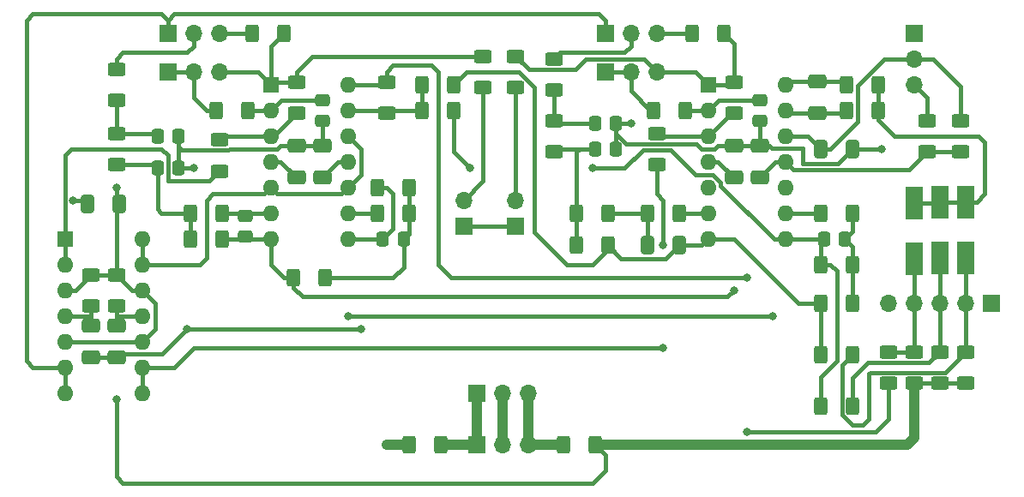
<source format=gbr>
%TF.GenerationSoftware,KiCad,Pcbnew,(6.0.10)*%
%TF.CreationDate,2023-04-08T13:29:20+03:00*%
%TF.ProjectId,DelSol_Modulator,44656c53-6f6c-45f4-9d6f-64756c61746f,rev?*%
%TF.SameCoordinates,Original*%
%TF.FileFunction,Copper,L2,Bot*%
%TF.FilePolarity,Positive*%
%FSLAX46Y46*%
G04 Gerber Fmt 4.6, Leading zero omitted, Abs format (unit mm)*
G04 Created by KiCad (PCBNEW (6.0.10)) date 2023-04-08 13:29:20*
%MOMM*%
%LPD*%
G01*
G04 APERTURE LIST*
G04 Aperture macros list*
%AMRoundRect*
0 Rectangle with rounded corners*
0 $1 Rounding radius*
0 $2 $3 $4 $5 $6 $7 $8 $9 X,Y pos of 4 corners*
0 Add a 4 corners polygon primitive as box body*
4,1,4,$2,$3,$4,$5,$6,$7,$8,$9,$2,$3,0*
0 Add four circle primitives for the rounded corners*
1,1,$1+$1,$2,$3*
1,1,$1+$1,$4,$5*
1,1,$1+$1,$6,$7*
1,1,$1+$1,$8,$9*
0 Add four rect primitives between the rounded corners*
20,1,$1+$1,$2,$3,$4,$5,0*
20,1,$1+$1,$4,$5,$6,$7,0*
20,1,$1+$1,$6,$7,$8,$9,0*
20,1,$1+$1,$8,$9,$2,$3,0*%
G04 Aperture macros list end*
%TA.AperFunction,ComponentPad*%
%ADD10R,1.700000X1.700000*%
%TD*%
%TA.AperFunction,ComponentPad*%
%ADD11O,1.700000X1.700000*%
%TD*%
%TA.AperFunction,ComponentPad*%
%ADD12R,1.600000X1.600000*%
%TD*%
%TA.AperFunction,ComponentPad*%
%ADD13O,1.600000X1.600000*%
%TD*%
%TA.AperFunction,SMDPad,CuDef*%
%ADD14RoundRect,0.250000X0.337500X0.475000X-0.337500X0.475000X-0.337500X-0.475000X0.337500X-0.475000X0*%
%TD*%
%TA.AperFunction,SMDPad,CuDef*%
%ADD15RoundRect,0.250000X0.625000X-0.400000X0.625000X0.400000X-0.625000X0.400000X-0.625000X-0.400000X0*%
%TD*%
%TA.AperFunction,SMDPad,CuDef*%
%ADD16RoundRect,0.250000X0.400000X0.625000X-0.400000X0.625000X-0.400000X-0.625000X0.400000X-0.625000X0*%
%TD*%
%TA.AperFunction,SMDPad,CuDef*%
%ADD17RoundRect,0.250000X-0.625000X0.400000X-0.625000X-0.400000X0.625000X-0.400000X0.625000X0.400000X0*%
%TD*%
%TA.AperFunction,SMDPad,CuDef*%
%ADD18R,1.700000X3.300000*%
%TD*%
%TA.AperFunction,SMDPad,CuDef*%
%ADD19RoundRect,0.250000X0.650000X-0.412500X0.650000X0.412500X-0.650000X0.412500X-0.650000X-0.412500X0*%
%TD*%
%TA.AperFunction,SMDPad,CuDef*%
%ADD20RoundRect,0.250000X-0.400000X-0.625000X0.400000X-0.625000X0.400000X0.625000X-0.400000X0.625000X0*%
%TD*%
%TA.AperFunction,SMDPad,CuDef*%
%ADD21RoundRect,0.250000X-0.650000X0.412500X-0.650000X-0.412500X0.650000X-0.412500X0.650000X0.412500X0*%
%TD*%
%TA.AperFunction,SMDPad,CuDef*%
%ADD22RoundRect,0.250000X0.475000X-0.337500X0.475000X0.337500X-0.475000X0.337500X-0.475000X-0.337500X0*%
%TD*%
%TA.AperFunction,SMDPad,CuDef*%
%ADD23RoundRect,0.250000X-0.412500X-0.650000X0.412500X-0.650000X0.412500X0.650000X-0.412500X0.650000X0*%
%TD*%
%TA.AperFunction,SMDPad,CuDef*%
%ADD24RoundRect,0.250000X0.412500X0.650000X-0.412500X0.650000X-0.412500X-0.650000X0.412500X-0.650000X0*%
%TD*%
%TA.AperFunction,SMDPad,CuDef*%
%ADD25RoundRect,0.250000X-0.337500X-0.475000X0.337500X-0.475000X0.337500X0.475000X-0.337500X0.475000X0*%
%TD*%
%TA.AperFunction,ViaPad*%
%ADD26C,0.800000*%
%TD*%
%TA.AperFunction,Conductor*%
%ADD27C,0.400000*%
%TD*%
%TA.AperFunction,Conductor*%
%ADD28C,1.000000*%
%TD*%
G04 APERTURE END LIST*
D10*
X78755000Y-68580000D03*
D11*
X81295000Y-68580000D03*
X83835000Y-68580000D03*
D12*
X58420000Y-38100000D03*
D13*
X58420000Y-40640000D03*
X58420000Y-43180000D03*
X58420000Y-45720000D03*
X58420000Y-48260000D03*
X58420000Y-50800000D03*
X58420000Y-53340000D03*
X66040000Y-53340000D03*
X66040000Y-50800000D03*
X66040000Y-48260000D03*
X66040000Y-45720000D03*
X66040000Y-43180000D03*
X66040000Y-40640000D03*
X66040000Y-38100000D03*
D10*
X48260000Y-33020000D03*
D11*
X50800000Y-33020000D03*
X53340000Y-33020000D03*
D10*
X91455000Y-33020000D03*
D11*
X93995000Y-33020000D03*
X96535000Y-33020000D03*
D10*
X121920000Y-33035000D03*
D11*
X121920000Y-35575000D03*
X121920000Y-38115000D03*
D10*
X129535000Y-59690000D03*
D11*
X126995000Y-59690000D03*
X124455000Y-59690000D03*
X121915000Y-59690000D03*
X119375000Y-59690000D03*
D10*
X91440000Y-36830000D03*
D11*
X93980000Y-36830000D03*
X96520000Y-36830000D03*
D10*
X48275000Y-36830000D03*
D11*
X50815000Y-36830000D03*
X53355000Y-36830000D03*
D12*
X101610000Y-38095000D03*
D13*
X101610000Y-40635000D03*
X101610000Y-43175000D03*
X101610000Y-45715000D03*
X101610000Y-48255000D03*
X101610000Y-50795000D03*
X101610000Y-53335000D03*
X109230000Y-53335000D03*
X109230000Y-50795000D03*
X109230000Y-48255000D03*
X109230000Y-45715000D03*
X109230000Y-43175000D03*
X109230000Y-40635000D03*
X109230000Y-38095000D03*
D10*
X82550000Y-52070000D03*
D11*
X82550000Y-49530000D03*
D10*
X77470000Y-52070000D03*
D11*
X77470000Y-49530000D03*
D10*
X78740000Y-73660000D03*
D11*
X81280000Y-73660000D03*
X83820000Y-73660000D03*
D12*
X38110000Y-53335000D03*
D13*
X38110000Y-55875000D03*
X38110000Y-58415000D03*
X38110000Y-60955000D03*
X38110000Y-63495000D03*
X38110000Y-66035000D03*
X38110000Y-68575000D03*
X45730000Y-68575000D03*
X45730000Y-66035000D03*
X45730000Y-63495000D03*
X45730000Y-60955000D03*
X45730000Y-58415000D03*
X45730000Y-55875000D03*
X45730000Y-53335000D03*
D14*
X49297500Y-46345000D03*
X47222500Y-46345000D03*
D15*
X60960000Y-40920000D03*
X60960000Y-37820000D03*
D16*
X76480000Y-40640000D03*
X73380000Y-40640000D03*
D17*
X43180000Y-36550000D03*
X43180000Y-39650000D03*
D16*
X56160000Y-40640000D03*
X53060000Y-40640000D03*
D18*
X127000000Y-55210000D03*
X127000000Y-49710000D03*
D19*
X43180000Y-65062500D03*
X43180000Y-61937500D03*
D17*
X79375000Y-35280000D03*
X79375000Y-38380000D03*
D16*
X72035000Y-50800000D03*
X68935000Y-50800000D03*
X115850000Y-59690000D03*
X112750000Y-59690000D03*
X59690000Y-33020000D03*
X56590000Y-33020000D03*
D14*
X92477500Y-41910000D03*
X90402500Y-41910000D03*
D17*
X86360000Y-35560000D03*
X86360000Y-38660000D03*
D20*
X88620000Y-53975000D03*
X91720000Y-53975000D03*
D15*
X96520000Y-46000000D03*
X96520000Y-42900000D03*
D17*
X69850000Y-37820000D03*
X69850000Y-40920000D03*
X123190000Y-41630000D03*
X123190000Y-44730000D03*
D21*
X40640000Y-61872500D03*
X40640000Y-64997500D03*
D14*
X49297500Y-43180000D03*
X47222500Y-43180000D03*
D15*
X104140000Y-40920000D03*
X104140000Y-37820000D03*
D18*
X124460000Y-55220000D03*
X124460000Y-49720000D03*
D22*
X63500000Y-41677500D03*
X63500000Y-39602500D03*
D16*
X99340000Y-40640000D03*
X96240000Y-40640000D03*
X75210000Y-73660000D03*
X72110000Y-73660000D03*
D15*
X124460000Y-67590000D03*
X124460000Y-64490000D03*
D23*
X40357500Y-49860000D03*
X43482500Y-49860000D03*
D20*
X115290000Y-40640000D03*
X118390000Y-40640000D03*
D15*
X40640000Y-59970000D03*
X40640000Y-56870000D03*
D21*
X112395000Y-37807500D03*
X112395000Y-40932500D03*
D15*
X53340000Y-46635000D03*
X53340000Y-43535000D03*
D19*
X60960000Y-47282500D03*
X60960000Y-44157500D03*
D20*
X60680000Y-57150000D03*
X63780000Y-57150000D03*
D24*
X98717500Y-53975000D03*
X95592500Y-53975000D03*
D20*
X112750000Y-55880000D03*
X115850000Y-55880000D03*
D16*
X115850000Y-69850000D03*
X112750000Y-69850000D03*
D18*
X121920000Y-55270000D03*
X121920000Y-49770000D03*
D19*
X104140000Y-47282500D03*
X104140000Y-44157500D03*
D16*
X76480000Y-38100000D03*
X73380000Y-38100000D03*
D15*
X43180000Y-59970000D03*
X43180000Y-56870000D03*
D20*
X68935000Y-48260000D03*
X72035000Y-48260000D03*
D22*
X55880000Y-53107500D03*
X55880000Y-51032500D03*
D17*
X119380000Y-64490000D03*
X119380000Y-67590000D03*
D20*
X50520000Y-50800000D03*
X53620000Y-50800000D03*
D24*
X115862500Y-44450000D03*
X112737500Y-44450000D03*
D15*
X127000000Y-67590000D03*
X127000000Y-64490000D03*
D17*
X43180000Y-42900000D03*
X43180000Y-46000000D03*
D20*
X115290000Y-38100000D03*
X118390000Y-38100000D03*
D16*
X115850000Y-50800000D03*
X112750000Y-50800000D03*
D25*
X69447500Y-53340000D03*
X71522500Y-53340000D03*
D20*
X95605000Y-50800000D03*
X98705000Y-50800000D03*
D21*
X106680000Y-44157500D03*
X106680000Y-47282500D03*
D17*
X82550000Y-35280000D03*
X82550000Y-38380000D03*
D15*
X126530000Y-44730000D03*
X126530000Y-41630000D03*
D17*
X86360000Y-41630000D03*
X86360000Y-44730000D03*
D16*
X115850000Y-64770000D03*
X112750000Y-64770000D03*
D21*
X63500000Y-44157500D03*
X63500000Y-47282500D03*
D22*
X106680000Y-41677500D03*
X106680000Y-39602500D03*
D20*
X87350000Y-73660000D03*
X90450000Y-73660000D03*
D15*
X121920000Y-67590000D03*
X121920000Y-64490000D03*
D14*
X92477500Y-44450000D03*
X90402500Y-44450000D03*
D25*
X113030000Y-53340000D03*
X115105000Y-53340000D03*
D16*
X103150000Y-33020000D03*
X100050000Y-33020000D03*
D20*
X88620000Y-50800000D03*
X91720000Y-50800000D03*
X50520000Y-53340000D03*
X53620000Y-53340000D03*
D26*
X118745000Y-44450000D03*
X50165000Y-62230000D03*
X38909500Y-49530000D03*
X67310000Y-62230000D03*
X50800000Y-46355000D03*
X93980000Y-41910000D03*
X43180000Y-48260000D03*
X66040000Y-60960000D03*
X107950000Y-60960000D03*
X104140000Y-58420000D03*
X78105000Y-46355000D03*
X90170000Y-46355000D03*
X69850000Y-73660000D03*
X43180000Y-69215000D03*
X92710000Y-73660000D03*
X97155000Y-53975000D03*
X97155000Y-64135000D03*
X105410000Y-57150000D03*
X105410000Y-72390000D03*
D27*
X126995000Y-64485000D02*
X127000000Y-64490000D01*
X126995000Y-59690000D02*
X126995000Y-64485000D01*
X127000000Y-64490000D02*
X124950000Y-66540000D01*
X124460000Y-64490000D02*
X123410000Y-65540000D01*
X124455000Y-64485000D02*
X124455000Y-59690000D01*
X124460000Y-64490000D02*
X124455000Y-64485000D01*
X121920000Y-64490000D02*
X119380000Y-64490000D01*
X121915000Y-64485000D02*
X121915000Y-59690000D01*
X121920000Y-64490000D02*
X121915000Y-64485000D01*
X102235000Y-44450000D02*
X100965000Y-44450000D01*
X102527500Y-44157500D02*
X102235000Y-44450000D01*
X106680000Y-41677500D02*
X106680000Y-44157500D01*
X60960000Y-44157500D02*
X63500000Y-44157500D01*
X110965000Y-44375000D02*
X110965000Y-45880000D01*
X92477500Y-41910000D02*
X92477500Y-42947500D01*
X100465000Y-43950000D02*
X93480000Y-43950000D01*
X46280000Y-64695000D02*
X47700000Y-64695000D01*
D28*
X81280000Y-68595000D02*
X81295000Y-68580000D01*
D27*
X40640000Y-64997500D02*
X43115000Y-64997500D01*
X38909500Y-49530000D02*
X40027500Y-49530000D01*
X104140000Y-44157500D02*
X106680000Y-44157500D01*
X106680000Y-44157500D02*
X107657500Y-44157500D01*
X92477500Y-42947500D02*
X92477500Y-44450000D01*
X107875000Y-44375000D02*
X110965000Y-44375000D01*
X107657500Y-44157500D02*
X107875000Y-44375000D01*
X110965000Y-45880000D02*
X110999999Y-45914999D01*
X43180000Y-65062500D02*
X43547500Y-64695000D01*
X104140000Y-44157500D02*
X102527500Y-44157500D01*
X47700000Y-64695000D02*
X49530000Y-62865000D01*
X110999999Y-45914999D02*
X114397501Y-45914999D01*
X49307500Y-46355000D02*
X49297500Y-46345000D01*
X60960000Y-44157500D02*
X59347500Y-44157500D01*
X43547500Y-64695000D02*
X46280000Y-64695000D01*
X92477500Y-41910000D02*
X93980000Y-41910000D01*
X49297500Y-46345000D02*
X49297500Y-43180000D01*
X59347500Y-44157500D02*
X59055000Y-44450000D01*
X49297500Y-44217500D02*
X49297500Y-43180000D01*
X100965000Y-44450000D02*
X100465000Y-43950000D01*
X114397501Y-45914999D02*
X115862500Y-44450000D01*
X54234239Y-44585000D02*
X49665000Y-44585000D01*
X50800000Y-46355000D02*
X49307500Y-46355000D01*
X93480000Y-43950000D02*
X92477500Y-42947500D01*
X54369239Y-44450000D02*
X54234239Y-44585000D01*
X50165000Y-62230000D02*
X67310000Y-62230000D01*
X43115000Y-64997500D02*
X43180000Y-65062500D01*
D28*
X81280000Y-73660000D02*
X81280000Y-68595000D01*
D27*
X59055000Y-44450000D02*
X54369239Y-44450000D01*
X49530000Y-62865000D02*
X50165000Y-62230000D01*
X49665000Y-44585000D02*
X49297500Y-44217500D01*
X40027500Y-49530000D02*
X40357500Y-49860000D01*
X63500000Y-41677500D02*
X63500000Y-44157500D01*
X115862500Y-44450000D02*
X118745000Y-44450000D01*
X45730000Y-58415000D02*
X46990000Y-59675000D01*
X43180000Y-56870000D02*
X43180000Y-50162500D01*
X43180000Y-48260000D02*
X43180000Y-49557500D01*
X43180000Y-49557500D02*
X43482500Y-49860000D01*
X40640000Y-56870000D02*
X43180000Y-56870000D01*
X45730000Y-63495000D02*
X38110000Y-63495000D01*
X38110000Y-58415000D02*
X39095000Y-58415000D01*
X39095000Y-58415000D02*
X40640000Y-56870000D01*
X44725000Y-58415000D02*
X43180000Y-56870000D01*
X46990000Y-62235000D02*
X45730000Y-63495000D01*
X43180000Y-50162500D02*
X43482500Y-49860000D01*
X45730000Y-58415000D02*
X44725000Y-58415000D01*
X46990000Y-59675000D02*
X46990000Y-62235000D01*
X59457500Y-39602500D02*
X58420000Y-40640000D01*
X56160000Y-40640000D02*
X58420000Y-40640000D01*
X63500000Y-39602500D02*
X59457500Y-39602500D01*
X69850000Y-48260000D02*
X70485000Y-48895000D01*
X68935000Y-48260000D02*
X69850000Y-48260000D01*
X107950000Y-60960000D02*
X66040000Y-60960000D01*
X70485000Y-48895000D02*
X70485000Y-52302500D01*
X66040000Y-53340000D02*
X69447500Y-53340000D01*
X70485000Y-52302500D02*
X69447500Y-53340000D01*
X72035000Y-50800000D02*
X72035000Y-52827500D01*
X72035000Y-52827500D02*
X71522500Y-53340000D01*
X72035000Y-48260000D02*
X72035000Y-50800000D01*
X71522500Y-56112500D02*
X71522500Y-53340000D01*
X70485000Y-57150000D02*
X71522500Y-56112500D01*
X63780000Y-57150000D02*
X70485000Y-57150000D01*
X58420000Y-55880000D02*
X59690000Y-57150000D01*
X60680000Y-57150000D02*
X60680000Y-58140000D01*
X59690000Y-57150000D02*
X60680000Y-57150000D01*
X55647500Y-53340000D02*
X55880000Y-53107500D01*
X56112500Y-53340000D02*
X55880000Y-53107500D01*
X58420000Y-53340000D02*
X56112500Y-53340000D01*
X103505000Y-59055000D02*
X104140000Y-58420000D01*
X61595000Y-59055000D02*
X103505000Y-59055000D01*
X53620000Y-53340000D02*
X55647500Y-53340000D01*
X58420000Y-53340000D02*
X58420000Y-55880000D01*
X60680000Y-58140000D02*
X61595000Y-59055000D01*
X58420000Y-50800000D02*
X56112500Y-50800000D01*
X55647500Y-50800000D02*
X55880000Y-51032500D01*
X56112500Y-50800000D02*
X55880000Y-51032500D01*
X53620000Y-50800000D02*
X55647500Y-50800000D01*
X43180000Y-42900000D02*
X46942500Y-42900000D01*
X46942500Y-42900000D02*
X47222500Y-43180000D01*
X43180000Y-39650000D02*
X43180000Y-42900000D01*
X47222500Y-46345000D02*
X47222500Y-50397500D01*
X50520000Y-53340000D02*
X50520000Y-50800000D01*
X47222500Y-50397500D02*
X47625000Y-50800000D01*
X47625000Y-50800000D02*
X50520000Y-50800000D01*
X46877500Y-46000000D02*
X47222500Y-46345000D01*
X43180000Y-46000000D02*
X46877500Y-46000000D01*
X101605000Y-40640000D02*
X101610000Y-40635000D01*
X106680000Y-39602500D02*
X102642500Y-39602500D01*
X102642500Y-39602500D02*
X101610000Y-40635000D01*
X99340000Y-40640000D02*
X101605000Y-40640000D01*
X76480000Y-44730000D02*
X76480000Y-40640000D01*
X93345000Y-46355000D02*
X90170000Y-46355000D01*
X102042057Y-46990000D02*
X100330000Y-46990000D01*
X108098630Y-53335000D02*
X102840000Y-48076370D01*
X102840000Y-47787943D02*
X102042057Y-46990000D01*
X114300000Y-65405000D02*
X112750000Y-66955000D01*
X112750000Y-55880000D02*
X113665000Y-55880000D01*
X109230000Y-53335000D02*
X108098630Y-53335000D01*
X95150000Y-44550000D02*
X93345000Y-46355000D01*
X112750000Y-55880000D02*
X112750000Y-53620000D01*
X113665000Y-55880000D02*
X114300000Y-56515000D01*
X102840000Y-48076370D02*
X102840000Y-47787943D01*
X109230000Y-53335000D02*
X113025000Y-53335000D01*
X97890000Y-44550000D02*
X95150000Y-44550000D01*
X78105000Y-46355000D02*
X76480000Y-44730000D01*
X112750000Y-53620000D02*
X113030000Y-53340000D01*
X100330000Y-46990000D02*
X97890000Y-44550000D01*
X112750000Y-66955000D02*
X112750000Y-69850000D01*
X113025000Y-53335000D02*
X113030000Y-53340000D01*
X114300000Y-56515000D02*
X114300000Y-65405000D01*
X115850000Y-55880000D02*
X115850000Y-59690000D01*
X115850000Y-52595000D02*
X115105000Y-53340000D01*
X115850000Y-50800000D02*
X115850000Y-52595000D01*
X115850000Y-55880000D02*
X115850000Y-54085000D01*
X115850000Y-54085000D02*
X115105000Y-53340000D01*
X87630000Y-55880000D02*
X84455000Y-52705000D01*
X101610000Y-53335000D02*
X104135000Y-53335000D01*
X93020000Y-55275000D02*
X97417500Y-55275000D01*
X104135000Y-53335000D02*
X110490000Y-59690000D01*
X110490000Y-59690000D02*
X112750000Y-59690000D01*
X91720000Y-54330000D02*
X90170000Y-55880000D01*
X98717500Y-53975000D02*
X100970000Y-53975000D01*
X100970000Y-53975000D02*
X101610000Y-53335000D01*
X97417500Y-55275000D02*
X98717500Y-53975000D01*
X91720000Y-53975000D02*
X93020000Y-55275000D01*
X77750000Y-36830000D02*
X76480000Y-38100000D01*
X90170000Y-55880000D02*
X87630000Y-55880000D01*
X84455000Y-52705000D02*
X84455000Y-38340761D01*
X91720000Y-53975000D02*
X91720000Y-54330000D01*
X82944239Y-36830000D02*
X77750000Y-36830000D01*
X84455000Y-38340761D02*
X82944239Y-36830000D01*
X112750000Y-59690000D02*
X112750000Y-64770000D01*
X95592500Y-50812500D02*
X95605000Y-50800000D01*
X91720000Y-50800000D02*
X95605000Y-50800000D01*
X95592500Y-53975000D02*
X95592500Y-50812500D01*
X86360000Y-38660000D02*
X86360000Y-41630000D01*
X86640000Y-41910000D02*
X86360000Y-41630000D01*
X90402500Y-41910000D02*
X86640000Y-41910000D01*
X86640000Y-44450000D02*
X86360000Y-44730000D01*
X90402500Y-44450000D02*
X88900000Y-44450000D01*
X88620000Y-44730000D02*
X88900000Y-44450000D01*
X88620000Y-53975000D02*
X88620000Y-50800000D01*
X88900000Y-44450000D02*
X86640000Y-44450000D01*
X88620000Y-50800000D02*
X88620000Y-44730000D01*
X111462500Y-43175000D02*
X112737500Y-44450000D01*
X116340000Y-41775000D02*
X116340000Y-38205761D01*
X113665000Y-44450000D02*
X116340000Y-41775000D01*
X118970761Y-35575000D02*
X121920000Y-35575000D01*
X126530000Y-38265000D02*
X123840000Y-35575000D01*
X116340000Y-38205761D02*
X118970761Y-35575000D01*
X126530000Y-41630000D02*
X126530000Y-38265000D01*
X109230000Y-43175000D02*
X111462500Y-43175000D01*
X112737500Y-44450000D02*
X113665000Y-44450000D01*
X123840000Y-35575000D02*
X121920000Y-35575000D01*
X114997500Y-37807500D02*
X115290000Y-38100000D01*
X112395000Y-37807500D02*
X109517500Y-37807500D01*
X109517500Y-37807500D02*
X109230000Y-38095000D01*
X112395000Y-37807500D02*
X114997500Y-37807500D01*
X112395000Y-40932500D02*
X114997500Y-40932500D01*
X109527500Y-40932500D02*
X109230000Y-40635000D01*
X114997500Y-40932500D02*
X115290000Y-40640000D01*
X112395000Y-40932500D02*
X109527500Y-40932500D01*
X40640000Y-59970000D02*
X40640000Y-61872500D01*
X38110000Y-60955000D02*
X40635000Y-60955000D01*
X101610000Y-45715000D02*
X102572500Y-45715000D01*
D28*
X72110000Y-73660000D02*
X69850000Y-73660000D01*
D27*
X59397500Y-45720000D02*
X60960000Y-47282500D01*
X102572500Y-45715000D02*
X104140000Y-47282500D01*
X58420000Y-45720000D02*
X59397500Y-45720000D01*
X109230000Y-45715000D02*
X108247500Y-45715000D01*
X121920000Y-67590000D02*
X124460000Y-67590000D01*
X43180000Y-60960000D02*
X43180000Y-61937500D01*
X124460000Y-67590000D02*
X127000000Y-67590000D01*
D28*
X92710000Y-73660000D02*
X121285000Y-73660000D01*
D27*
X43180000Y-69215000D02*
X43180000Y-76835000D01*
X66040000Y-45720000D02*
X65062500Y-45720000D01*
X91440000Y-76200000D02*
X91440000Y-74650000D01*
X109230000Y-45715000D02*
X110029999Y-46514999D01*
X110029999Y-46514999D02*
X121405001Y-46514999D01*
X65062500Y-45720000D02*
X63500000Y-47282500D01*
X43185000Y-60955000D02*
X43180000Y-60960000D01*
X90170000Y-77470000D02*
X91440000Y-76200000D01*
X43815000Y-77470000D02*
X90170000Y-77470000D01*
X77470000Y-52070000D02*
X82550000Y-52070000D01*
X108247500Y-45715000D02*
X106680000Y-47282500D01*
X123190000Y-44730000D02*
X126530000Y-44730000D01*
X43180000Y-59970000D02*
X43180000Y-60960000D01*
D28*
X121285000Y-73660000D02*
X121920000Y-73025000D01*
D27*
X121405001Y-46514999D02*
X123190000Y-44730000D01*
D28*
X121920000Y-73025000D02*
X121920000Y-67590000D01*
D27*
X43180000Y-76835000D02*
X43815000Y-77470000D01*
X45730000Y-60955000D02*
X43185000Y-60955000D01*
X91440000Y-74650000D02*
X90450000Y-73660000D01*
D28*
X90450000Y-73660000D02*
X92710000Y-73660000D01*
D27*
X117475000Y-66675000D02*
X117475000Y-71120000D01*
X114800000Y-70744239D02*
X114800000Y-65820000D01*
X115810761Y-71755000D02*
X114800000Y-70744239D01*
X124950000Y-66540000D02*
X117610000Y-66540000D01*
X114800000Y-65820000D02*
X115850000Y-64770000D01*
X117475000Y-71120000D02*
X116840000Y-71755000D01*
X116840000Y-71755000D02*
X115810761Y-71755000D01*
X127000000Y-55210000D02*
X127000000Y-59685000D01*
X117610000Y-66540000D02*
X117475000Y-66675000D01*
X128905000Y-48895000D02*
X128090000Y-49710000D01*
X124460000Y-49720000D02*
X126990000Y-49720000D01*
X118390000Y-40640000D02*
X118390000Y-41555000D01*
X124410000Y-49770000D02*
X124460000Y-49720000D01*
X118390000Y-38100000D02*
X118390000Y-40640000D01*
X121920000Y-49770000D02*
X124410000Y-49770000D01*
X128905000Y-43815000D02*
X128905000Y-48895000D01*
X118390000Y-41555000D02*
X120015000Y-43180000D01*
X126990000Y-49720000D02*
X127000000Y-49710000D01*
X120015000Y-43180000D02*
X128270000Y-43180000D01*
X128270000Y-43180000D02*
X128905000Y-43815000D01*
X128090000Y-49710000D02*
X127000000Y-49710000D01*
X124460000Y-55220000D02*
X124460000Y-59685000D01*
X115850000Y-67030000D02*
X115850000Y-69850000D01*
X124460000Y-59685000D02*
X124455000Y-59690000D01*
X117340000Y-65540000D02*
X115850000Y-67030000D01*
X123410000Y-65540000D02*
X117340000Y-65540000D01*
X121920000Y-55270000D02*
X121920000Y-59685000D01*
X121920000Y-59685000D02*
X121915000Y-59690000D01*
X90805000Y-31115000D02*
X48895000Y-31115000D01*
X34290000Y-31750000D02*
X34925000Y-31115000D01*
X34925000Y-31115000D02*
X47625000Y-31115000D01*
X34290000Y-65405000D02*
X34290000Y-31750000D01*
X91455000Y-33020000D02*
X91455000Y-31765000D01*
X48260000Y-31750000D02*
X48260000Y-33020000D01*
X48895000Y-31115000D02*
X48260000Y-31750000D01*
X38110000Y-68575000D02*
X38110000Y-66035000D01*
X34920000Y-66035000D02*
X34290000Y-65405000D01*
X38110000Y-66035000D02*
X34920000Y-66035000D01*
X47625000Y-31115000D02*
X48260000Y-31750000D01*
X91455000Y-31765000D02*
X90805000Y-31115000D01*
X50800000Y-34290000D02*
X50165000Y-34925000D01*
X50165000Y-34925000D02*
X43815000Y-34925000D01*
X50800000Y-33020000D02*
X50800000Y-34290000D01*
X43180000Y-35560000D02*
X43180000Y-36550000D01*
X43815000Y-34925000D02*
X43180000Y-35560000D01*
X53340000Y-33020000D02*
X56590000Y-33020000D01*
X52070000Y-40640000D02*
X53060000Y-40640000D01*
X50815000Y-39385000D02*
X52070000Y-40640000D01*
X48275000Y-36830000D02*
X50815000Y-36830000D01*
X50815000Y-36830000D02*
X50815000Y-39385000D01*
X62510000Y-35280000D02*
X60960000Y-36830000D01*
X79375000Y-35280000D02*
X62510000Y-35280000D01*
X58700000Y-37820000D02*
X58420000Y-38100000D01*
X53355000Y-36830000D02*
X57150000Y-36830000D01*
X58420000Y-34290000D02*
X58420000Y-38100000D01*
X57150000Y-36830000D02*
X58420000Y-38100000D01*
X59690000Y-33020000D02*
X58420000Y-34290000D01*
X60960000Y-36830000D02*
X60960000Y-37820000D01*
X60960000Y-37820000D02*
X58700000Y-37820000D01*
X93995000Y-34275000D02*
X93995000Y-33020000D01*
X86360000Y-35560000D02*
X86995000Y-34925000D01*
X93345000Y-34925000D02*
X93995000Y-34275000D01*
X86995000Y-34925000D02*
X93345000Y-34925000D01*
X96535000Y-33020000D02*
X100050000Y-33020000D01*
X91440000Y-36830000D02*
X93980000Y-36830000D01*
X93980000Y-36830000D02*
X93980000Y-38735000D01*
X93980000Y-38735000D02*
X95885000Y-40640000D01*
X95885000Y-40640000D02*
X96240000Y-40640000D01*
X96520000Y-36830000D02*
X95250000Y-35560000D01*
X103865000Y-38095000D02*
X104140000Y-37820000D01*
X100345000Y-36830000D02*
X101610000Y-38095000D01*
X88485000Y-36610000D02*
X89535000Y-35560000D01*
X104140000Y-37820000D02*
X104140000Y-34010000D01*
X104140000Y-34010000D02*
X103150000Y-33020000D01*
X95250000Y-35560000D02*
X89535000Y-35560000D01*
X82550000Y-35280000D02*
X83880000Y-36610000D01*
X83880000Y-36610000D02*
X88485000Y-36610000D01*
X101610000Y-38095000D02*
X103865000Y-38095000D01*
X96520000Y-36830000D02*
X100345000Y-36830000D01*
D28*
X78755000Y-73645000D02*
X78740000Y-73660000D01*
X78740000Y-73660000D02*
X75210000Y-73660000D01*
X78755000Y-68580000D02*
X78755000Y-73645000D01*
X83820000Y-73660000D02*
X87350000Y-73660000D01*
X83820000Y-73660000D02*
X83820000Y-68595000D01*
X83820000Y-68595000D02*
X83835000Y-68580000D01*
D27*
X58420000Y-43180000D02*
X58700000Y-43180000D01*
X58700000Y-43180000D02*
X60960000Y-40920000D01*
X58420000Y-43180000D02*
X53695000Y-43180000D01*
X53695000Y-43180000D02*
X53340000Y-43535000D01*
X38110000Y-55875000D02*
X38110000Y-53335000D01*
X47625000Y-44450000D02*
X38735000Y-44450000D01*
X38110000Y-45095000D02*
X38110000Y-53335000D01*
X53340000Y-46635000D02*
X52350000Y-47625000D01*
X48260000Y-47625000D02*
X48260000Y-45085000D01*
X48260000Y-45085000D02*
X47625000Y-44450000D01*
X52350000Y-47625000D02*
X48260000Y-47625000D01*
X38100000Y-45085000D02*
X38110000Y-45095000D01*
X38735000Y-44450000D02*
X38100000Y-45085000D01*
X66040000Y-50800000D02*
X68935000Y-50800000D01*
X104140000Y-40920000D02*
X103865000Y-40920000D01*
X96520000Y-42900000D02*
X96795000Y-43175000D01*
X96795000Y-43175000D02*
X101610000Y-43175000D01*
X103865000Y-40920000D02*
X101610000Y-43175000D01*
X45730000Y-68575000D02*
X45730000Y-66035000D01*
X96520000Y-48895000D02*
X97155000Y-49530000D01*
X96520000Y-46000000D02*
X96520000Y-48895000D01*
X97155000Y-49530000D02*
X97155000Y-53975000D01*
X48900000Y-66035000D02*
X50800000Y-64135000D01*
X45730000Y-66035000D02*
X48900000Y-66035000D01*
X50800000Y-64135000D02*
X97155000Y-64135000D01*
X112745000Y-50795000D02*
X112750000Y-50800000D01*
X109230000Y-50795000D02*
X112745000Y-50795000D01*
X101605000Y-50800000D02*
X101610000Y-50795000D01*
X98705000Y-50800000D02*
X101605000Y-50800000D01*
X69570000Y-40640000D02*
X69850000Y-40920000D01*
X66040000Y-40640000D02*
X69570000Y-40640000D01*
X73380000Y-38100000D02*
X73380000Y-40640000D01*
X73380000Y-40640000D02*
X70130000Y-40640000D01*
X70130000Y-40640000D02*
X69850000Y-40920000D01*
X118110000Y-72390000D02*
X119380000Y-71120000D01*
X69850000Y-36830000D02*
X69850000Y-37820000D01*
X74930000Y-55880000D02*
X74930000Y-36830000D01*
X105410000Y-72390000D02*
X118110000Y-72390000D01*
X69570000Y-38100000D02*
X69850000Y-37820000D01*
X66040000Y-38100000D02*
X69570000Y-38100000D01*
X76200000Y-57150000D02*
X74930000Y-55880000D01*
X105410000Y-57150000D02*
X76200000Y-57150000D01*
X119380000Y-71120000D02*
X119380000Y-67590000D01*
X74930000Y-36830000D02*
X74295000Y-36195000D01*
X74295000Y-36195000D02*
X70485000Y-36195000D01*
X70485000Y-36195000D02*
X69850000Y-36830000D01*
X123190000Y-39385000D02*
X121920000Y-38115000D01*
X123190000Y-41630000D02*
X123190000Y-39385000D01*
X67310000Y-44450000D02*
X67310000Y-46990000D01*
X66040000Y-43180000D02*
X67310000Y-44450000D01*
X59055000Y-48895000D02*
X65405000Y-48895000D01*
X52070000Y-55245000D02*
X52070000Y-49530000D01*
X51440000Y-55875000D02*
X52070000Y-55245000D01*
X52705000Y-48895000D02*
X57785000Y-48895000D01*
X57785000Y-48895000D02*
X58420000Y-48260000D01*
X45730000Y-53335000D02*
X45730000Y-55875000D01*
X45730000Y-55875000D02*
X51440000Y-55875000D01*
X65405000Y-48895000D02*
X66040000Y-48260000D01*
X52070000Y-49530000D02*
X52705000Y-48895000D01*
X58420000Y-48260000D02*
X59055000Y-48895000D01*
X67310000Y-46990000D02*
X66040000Y-48260000D01*
X79375000Y-47625000D02*
X77470000Y-49530000D01*
X79375000Y-38380000D02*
X79375000Y-47625000D01*
X82550000Y-38380000D02*
X82550000Y-49530000D01*
M02*

</source>
